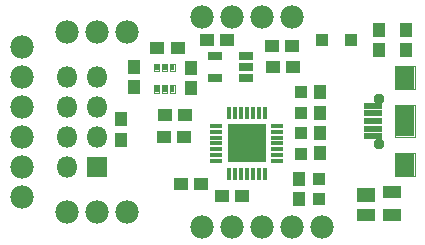
<source format=gts>
%TF.GenerationSoftware,KiCad,Pcbnew,4.0.6*%
%TF.CreationDate,2017-10-08T18:55:20-04:00*%
%TF.ProjectId,USB-UART,5553422D554152542E6B696361645F70,rev?*%
%TF.FileFunction,Soldermask,Top*%
%FSLAX46Y46*%
G04 Gerber Fmt 4.6, Leading zero omitted, Abs format (unit mm)*
G04 Created by KiCad (PCBNEW 4.0.6) date 10/08/17 18:55:20*
%MOMM*%
%LPD*%
G01*
G04 APERTURE LIST*
%ADD10C,0.127000*%
%ADD11C,0.066040*%
%ADD12R,1.199820X1.098220*%
%ADD13R,1.098220X1.199820*%
%ADD14R,1.100000X1.100000*%
%ADD15R,1.098220X1.098220*%
%ADD16C,1.979600*%
%ADD17R,1.547800X0.498780*%
%ADD18R,1.598600X1.898320*%
%ADD19R,1.598600X2.599360*%
%ADD20C,0.948360*%
%ADD21R,0.999160X0.354000*%
%ADD22R,0.354000X0.999160*%
%ADD23R,3.198800X3.198800*%
%ADD24R,1.298880X0.648640*%
%ADD25R,1.537640X1.298880*%
%ADD26R,1.537640X1.098220*%
%ADD27R,0.399720X0.597840*%
%ADD28R,1.800000X1.800000*%
%ADD29O,1.800000X1.800000*%
G04 APERTURE END LIST*
D10*
D11*
X172989240Y-110517940D02*
X171292520Y-110517940D01*
X171292520Y-110517940D02*
X171292520Y-112519460D01*
X172989240Y-112519460D02*
X171292520Y-112519460D01*
X172989240Y-110517940D02*
X172989240Y-112519460D01*
X172989240Y-103151940D02*
X171292520Y-103151940D01*
X171292520Y-103151940D02*
X171292520Y-105153460D01*
X172989240Y-105153460D02*
X171292520Y-105153460D01*
X172989240Y-103151940D02*
X172989240Y-105153460D01*
X172989240Y-106486960D02*
X171292520Y-106486960D01*
X171292520Y-106486960D02*
X171292520Y-109184440D01*
X172989240Y-109184440D02*
X171292520Y-109184440D01*
X172989240Y-106486960D02*
X172989240Y-109184440D01*
X152229460Y-102986630D02*
X152229460Y-103611470D01*
X152229460Y-103611470D02*
X152628240Y-103611470D01*
X152628240Y-102986630D02*
X152628240Y-103611470D01*
X152229460Y-102986630D02*
X152628240Y-102986630D01*
X151581760Y-102986630D02*
X151581760Y-103611470D01*
X151581760Y-103611470D02*
X151978000Y-103611470D01*
X151978000Y-102986630D02*
X151978000Y-103611470D01*
X151581760Y-102986630D02*
X151978000Y-102986630D01*
X150931520Y-102986630D02*
X150931520Y-103611470D01*
X150931520Y-103611470D02*
X151330300Y-103611470D01*
X151330300Y-102986630D02*
X151330300Y-103611470D01*
X150931520Y-102986630D02*
X151330300Y-102986630D01*
X150931520Y-104810350D02*
X150931520Y-105435190D01*
X150931520Y-105435190D02*
X151330300Y-105435190D01*
X151330300Y-104810350D02*
X151330300Y-105435190D01*
X150931520Y-104810350D02*
X151330300Y-104810350D01*
X151581760Y-104810350D02*
X151581760Y-105435190D01*
X151581760Y-105435190D02*
X151978000Y-105435190D01*
X151978000Y-104810350D02*
X151978000Y-105435190D01*
X151581760Y-104810350D02*
X151978000Y-104810350D01*
X152229460Y-104810350D02*
X152229460Y-105435190D01*
X152229460Y-105435190D02*
X152628240Y-105435190D01*
X152628240Y-104810350D02*
X152628240Y-105435190D01*
X152229460Y-104810350D02*
X152628240Y-104810350D01*
D12*
X160949640Y-103251000D03*
X162646360Y-103251000D03*
X157058360Y-100965000D03*
X155361640Y-100965000D03*
X151805640Y-107315000D03*
X153502360Y-107315000D03*
X151765000Y-109220000D03*
X153461720Y-109220000D03*
D13*
X172212000Y-100116640D03*
X172212000Y-101813360D03*
D14*
X165100000Y-100965000D03*
X167600000Y-100965000D03*
D15*
X164831032Y-114455746D03*
X164831032Y-112703146D03*
X163309300Y-105410000D03*
X163309300Y-107162600D03*
X163309300Y-108851700D03*
X163309300Y-110604300D03*
D16*
X139700000Y-101600000D03*
X139700000Y-104140000D03*
X139700000Y-106680000D03*
X139700000Y-109220000D03*
X139700000Y-111760000D03*
X139700000Y-114300000D03*
X154940000Y-99060000D03*
X157480000Y-99060000D03*
X160020000Y-99060000D03*
X162560000Y-99060000D03*
D17*
X169418000Y-107835700D03*
X169418000Y-108483400D03*
X169418000Y-106537760D03*
X169418000Y-107188000D03*
D18*
X172140880Y-111518700D03*
X172140880Y-104152700D03*
D19*
X172140880Y-107835700D03*
D17*
X169418000Y-109133640D03*
D20*
X169941240Y-109735620D03*
X169941240Y-105935780D03*
D16*
X143510000Y-100330000D03*
X146050000Y-100330000D03*
X148590000Y-100330000D03*
D12*
X160909000Y-101473000D03*
X162605720Y-101473000D03*
D13*
X169926000Y-100116640D03*
X169926000Y-101813360D03*
D12*
X153202640Y-113157000D03*
X154899360Y-113157000D03*
D13*
X163167332Y-112731086D03*
X163167332Y-114427806D03*
D12*
X158328360Y-114173000D03*
X156631640Y-114173000D03*
D13*
X164973000Y-107106720D03*
X164973000Y-105410000D03*
X164973000Y-110576360D03*
X164973000Y-108879640D03*
D21*
X156161740Y-108229400D03*
X156161740Y-108729780D03*
X156161740Y-109230160D03*
X156161740Y-109728000D03*
X156161740Y-110225840D03*
X156161740Y-110726220D03*
X156161740Y-111226600D03*
D22*
X157251400Y-112316260D03*
X157751780Y-112316260D03*
X158252160Y-112316260D03*
X158750000Y-112316260D03*
X159247840Y-112316260D03*
X159748220Y-112316260D03*
X160248600Y-112316260D03*
D21*
X161338260Y-111226600D03*
X161338260Y-110726220D03*
X161338260Y-110225840D03*
X161338260Y-109728000D03*
X161338260Y-109230160D03*
X161338260Y-108729780D03*
X161338260Y-108229400D03*
D22*
X160248600Y-107139740D03*
X159748220Y-107139740D03*
X159247840Y-107139740D03*
X158750000Y-107139740D03*
X158252160Y-107139740D03*
X157751780Y-107139740D03*
X157251400Y-107139740D03*
D23*
X158750000Y-109728000D03*
D24*
X158650940Y-104200960D03*
X158650940Y-103251000D03*
X158650940Y-102301040D03*
X156055060Y-102301040D03*
X156055060Y-104200960D03*
D25*
X168826180Y-114058700D03*
D26*
X168826180Y-115757960D03*
X171025820Y-115757960D03*
X171025820Y-113858040D03*
D16*
X143510000Y-115570000D03*
X146050000Y-115570000D03*
X148590000Y-115570000D03*
D13*
X154051000Y-103362550D03*
X154051000Y-105059270D03*
X149225000Y-103235550D03*
X149225000Y-104932270D03*
D12*
X152882240Y-101670910D03*
X151185520Y-101670910D03*
D13*
X148082000Y-107696000D03*
X148082000Y-109392720D03*
D27*
X152427580Y-103286350D03*
X151779880Y-103286350D03*
X151132180Y-103286350D03*
X151132180Y-105135470D03*
X151779880Y-105135470D03*
X152427580Y-105135470D03*
D16*
X154940000Y-116840000D03*
X157480000Y-116840000D03*
X160020000Y-116840000D03*
X162560000Y-116840000D03*
X165100000Y-116840000D03*
D28*
X146050000Y-111760000D03*
D29*
X143510000Y-111760000D03*
X146050000Y-109220000D03*
X143510000Y-109220000D03*
X146050000Y-106680000D03*
X143510000Y-106680000D03*
X146050000Y-104140000D03*
X143510000Y-104140000D03*
M02*

</source>
